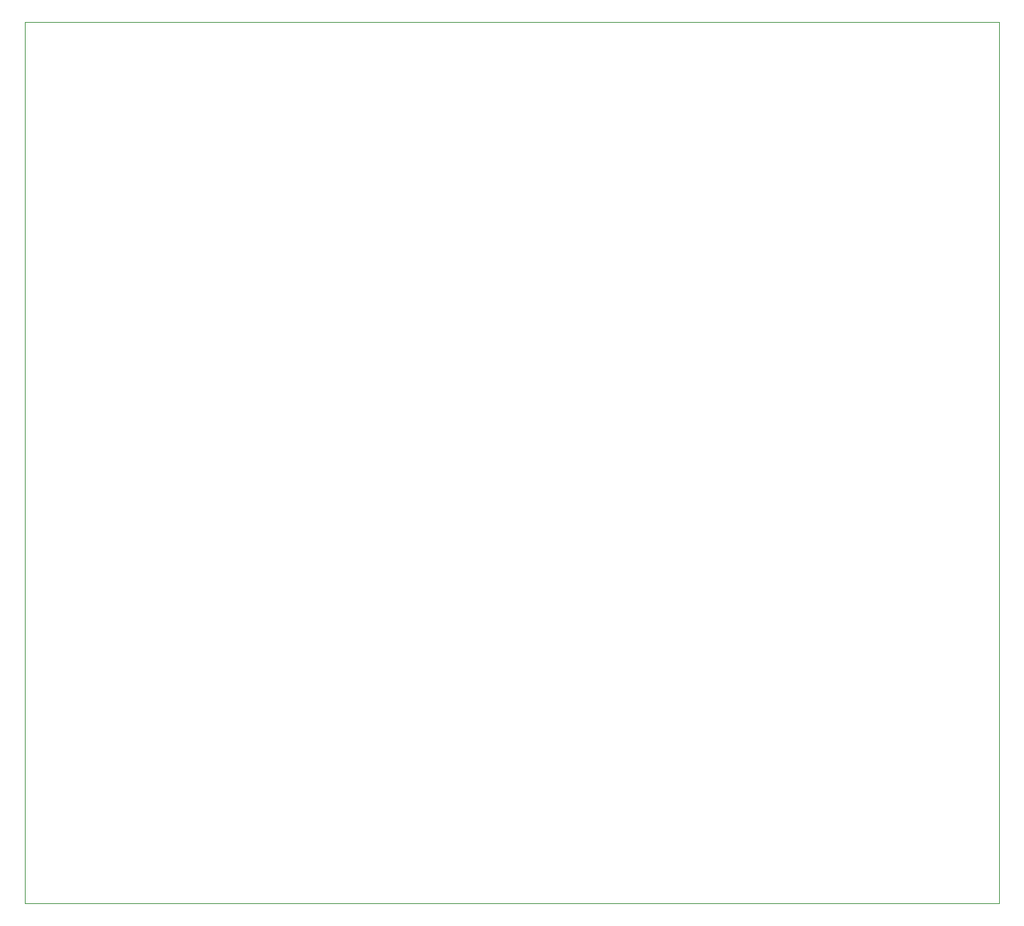
<source format=gm1>
G04 #@! TF.FileFunction,Profile,NP*
%FSLAX46Y46*%
G04 Gerber Fmt 4.6, Leading zero omitted, Abs format (unit mm)*
G04 Created by KiCad (PCBNEW 4.0.2+dfsg1-stable) date So 19 Mär 2017 16:07:14 CET*
%MOMM*%
G01*
G04 APERTURE LIST*
%ADD10C,0.100000*%
G04 APERTURE END LIST*
D10*
X100000000Y-155000000D02*
X100000000Y-50000000D01*
X216000000Y-155000000D02*
X100000000Y-155000000D01*
X216000000Y-50000000D02*
X216000000Y-155000000D01*
X100000000Y-50000000D02*
X216000000Y-50000000D01*
M02*

</source>
